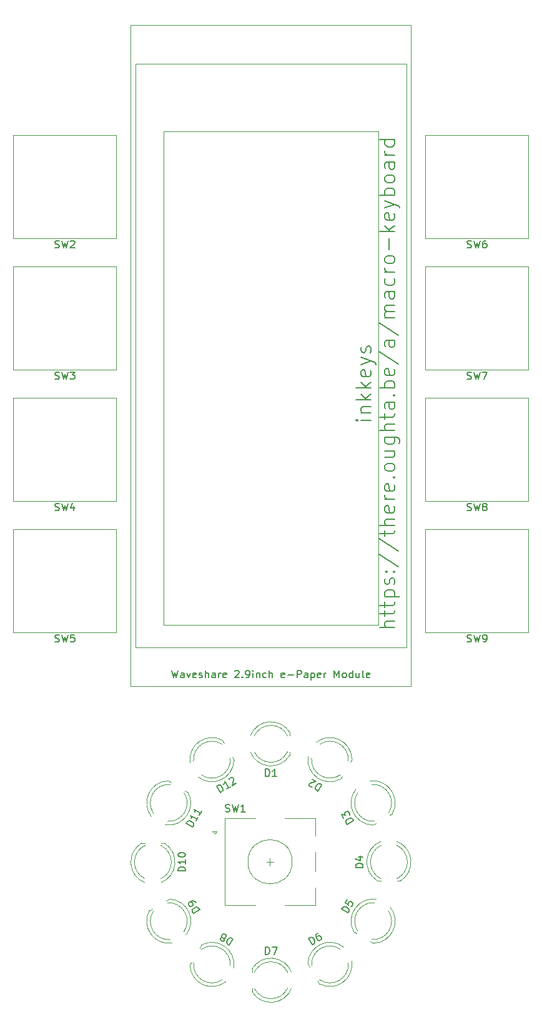
<source format=gbr>
G04 #@! TF.GenerationSoftware,KiCad,Pcbnew,(6.0.0)*
G04 #@! TF.CreationDate,2022-01-02T21:04:18+02:00*
G04 #@! TF.ProjectId,inkkeys,696e6b6b-6579-4732-9e6b-696361645f70,rev?*
G04 #@! TF.SameCoordinates,Original*
G04 #@! TF.FileFunction,Legend,Top*
G04 #@! TF.FilePolarity,Positive*
%FSLAX46Y46*%
G04 Gerber Fmt 4.6, Leading zero omitted, Abs format (unit mm)*
G04 Created by KiCad (PCBNEW (6.0.0)) date 2022-01-02 21:04:18*
%MOMM*%
%LPD*%
G01*
G04 APERTURE LIST*
%ADD10C,0.150000*%
%ADD11C,0.120000*%
G04 APERTURE END LIST*
D10*
X103734761Y-90042380D02*
X102401428Y-90042380D01*
X101734761Y-90042380D02*
X101830000Y-90137619D01*
X101925238Y-90042380D01*
X101830000Y-89947142D01*
X101734761Y-90042380D01*
X101925238Y-90042380D01*
X102401428Y-89090000D02*
X103734761Y-89090000D01*
X102591904Y-89090000D02*
X102496666Y-88994761D01*
X102401428Y-88804285D01*
X102401428Y-88518571D01*
X102496666Y-88328095D01*
X102687142Y-88232857D01*
X103734761Y-88232857D01*
X103734761Y-87280476D02*
X101734761Y-87280476D01*
X102972857Y-87090000D02*
X103734761Y-86518571D01*
X102401428Y-86518571D02*
X103163333Y-87280476D01*
X103734761Y-85661428D02*
X101734761Y-85661428D01*
X102972857Y-85470952D02*
X103734761Y-84899523D01*
X102401428Y-84899523D02*
X103163333Y-85661428D01*
X103639523Y-83280476D02*
X103734761Y-83470952D01*
X103734761Y-83851904D01*
X103639523Y-84042380D01*
X103449047Y-84137619D01*
X102687142Y-84137619D01*
X102496666Y-84042380D01*
X102401428Y-83851904D01*
X102401428Y-83470952D01*
X102496666Y-83280476D01*
X102687142Y-83185238D01*
X102877619Y-83185238D01*
X103068095Y-84137619D01*
X102401428Y-82518571D02*
X103734761Y-82042380D01*
X102401428Y-81566190D02*
X103734761Y-82042380D01*
X104210952Y-82232857D01*
X104306190Y-82328095D01*
X104401428Y-82518571D01*
X103639523Y-80899523D02*
X103734761Y-80709047D01*
X103734761Y-80328095D01*
X103639523Y-80137619D01*
X103449047Y-80042380D01*
X103353809Y-80042380D01*
X103163333Y-80137619D01*
X103068095Y-80328095D01*
X103068095Y-80613809D01*
X102972857Y-80804285D01*
X102782380Y-80899523D01*
X102687142Y-80899523D01*
X102496666Y-80804285D01*
X102401428Y-80613809D01*
X102401428Y-80328095D01*
X102496666Y-80137619D01*
X106954761Y-118090000D02*
X104954761Y-118090000D01*
X106954761Y-117232857D02*
X105907142Y-117232857D01*
X105716666Y-117328095D01*
X105621428Y-117518571D01*
X105621428Y-117804285D01*
X105716666Y-117994761D01*
X105811904Y-118090000D01*
X105621428Y-116566190D02*
X105621428Y-115804285D01*
X104954761Y-116280476D02*
X106669047Y-116280476D01*
X106859523Y-116185238D01*
X106954761Y-115994761D01*
X106954761Y-115804285D01*
X105621428Y-115423333D02*
X105621428Y-114661428D01*
X104954761Y-115137619D02*
X106669047Y-115137619D01*
X106859523Y-115042380D01*
X106954761Y-114851904D01*
X106954761Y-114661428D01*
X105621428Y-113994761D02*
X107621428Y-113994761D01*
X105716666Y-113994761D02*
X105621428Y-113804285D01*
X105621428Y-113423333D01*
X105716666Y-113232857D01*
X105811904Y-113137619D01*
X106002380Y-113042380D01*
X106573809Y-113042380D01*
X106764285Y-113137619D01*
X106859523Y-113232857D01*
X106954761Y-113423333D01*
X106954761Y-113804285D01*
X106859523Y-113994761D01*
X106859523Y-112280476D02*
X106954761Y-112090000D01*
X106954761Y-111709047D01*
X106859523Y-111518571D01*
X106669047Y-111423333D01*
X106573809Y-111423333D01*
X106383333Y-111518571D01*
X106288095Y-111709047D01*
X106288095Y-111994761D01*
X106192857Y-112185238D01*
X106002380Y-112280476D01*
X105907142Y-112280476D01*
X105716666Y-112185238D01*
X105621428Y-111994761D01*
X105621428Y-111709047D01*
X105716666Y-111518571D01*
X106764285Y-110566190D02*
X106859523Y-110470952D01*
X106954761Y-110566190D01*
X106859523Y-110661428D01*
X106764285Y-110566190D01*
X106954761Y-110566190D01*
X105716666Y-110566190D02*
X105811904Y-110470952D01*
X105907142Y-110566190D01*
X105811904Y-110661428D01*
X105716666Y-110566190D01*
X105907142Y-110566190D01*
X104859523Y-108185238D02*
X107430952Y-109899523D01*
X104859523Y-106090000D02*
X107430952Y-107804285D01*
X105621428Y-105709047D02*
X105621428Y-104947142D01*
X104954761Y-105423333D02*
X106669047Y-105423333D01*
X106859523Y-105328095D01*
X106954761Y-105137619D01*
X106954761Y-104947142D01*
X106954761Y-104280476D02*
X104954761Y-104280476D01*
X106954761Y-103423333D02*
X105907142Y-103423333D01*
X105716666Y-103518571D01*
X105621428Y-103709047D01*
X105621428Y-103994761D01*
X105716666Y-104185238D01*
X105811904Y-104280476D01*
X106859523Y-101709047D02*
X106954761Y-101899523D01*
X106954761Y-102280476D01*
X106859523Y-102470952D01*
X106669047Y-102566190D01*
X105907142Y-102566190D01*
X105716666Y-102470952D01*
X105621428Y-102280476D01*
X105621428Y-101899523D01*
X105716666Y-101709047D01*
X105907142Y-101613809D01*
X106097619Y-101613809D01*
X106288095Y-102566190D01*
X106954761Y-100756666D02*
X105621428Y-100756666D01*
X106002380Y-100756666D02*
X105811904Y-100661428D01*
X105716666Y-100566190D01*
X105621428Y-100375714D01*
X105621428Y-100185238D01*
X106859523Y-98756666D02*
X106954761Y-98947142D01*
X106954761Y-99328095D01*
X106859523Y-99518571D01*
X106669047Y-99613809D01*
X105907142Y-99613809D01*
X105716666Y-99518571D01*
X105621428Y-99328095D01*
X105621428Y-98947142D01*
X105716666Y-98756666D01*
X105907142Y-98661428D01*
X106097619Y-98661428D01*
X106288095Y-99613809D01*
X106764285Y-97804285D02*
X106859523Y-97709047D01*
X106954761Y-97804285D01*
X106859523Y-97899523D01*
X106764285Y-97804285D01*
X106954761Y-97804285D01*
X106954761Y-96566190D02*
X106859523Y-96756666D01*
X106764285Y-96851904D01*
X106573809Y-96947142D01*
X106002380Y-96947142D01*
X105811904Y-96851904D01*
X105716666Y-96756666D01*
X105621428Y-96566190D01*
X105621428Y-96280476D01*
X105716666Y-96090000D01*
X105811904Y-95994761D01*
X106002380Y-95899523D01*
X106573809Y-95899523D01*
X106764285Y-95994761D01*
X106859523Y-96090000D01*
X106954761Y-96280476D01*
X106954761Y-96566190D01*
X105621428Y-94185238D02*
X106954761Y-94185238D01*
X105621428Y-95042380D02*
X106669047Y-95042380D01*
X106859523Y-94947142D01*
X106954761Y-94756666D01*
X106954761Y-94470952D01*
X106859523Y-94280476D01*
X106764285Y-94185238D01*
X105621428Y-92375714D02*
X107240476Y-92375714D01*
X107430952Y-92470952D01*
X107526190Y-92566190D01*
X107621428Y-92756666D01*
X107621428Y-93042380D01*
X107526190Y-93232857D01*
X106859523Y-92375714D02*
X106954761Y-92566190D01*
X106954761Y-92947142D01*
X106859523Y-93137619D01*
X106764285Y-93232857D01*
X106573809Y-93328095D01*
X106002380Y-93328095D01*
X105811904Y-93232857D01*
X105716666Y-93137619D01*
X105621428Y-92947142D01*
X105621428Y-92566190D01*
X105716666Y-92375714D01*
X106954761Y-91423333D02*
X104954761Y-91423333D01*
X106954761Y-90566190D02*
X105907142Y-90566190D01*
X105716666Y-90661428D01*
X105621428Y-90851904D01*
X105621428Y-91137619D01*
X105716666Y-91328095D01*
X105811904Y-91423333D01*
X105621428Y-89899523D02*
X105621428Y-89137619D01*
X104954761Y-89613809D02*
X106669047Y-89613809D01*
X106859523Y-89518571D01*
X106954761Y-89328095D01*
X106954761Y-89137619D01*
X106954761Y-87613809D02*
X105907142Y-87613809D01*
X105716666Y-87709047D01*
X105621428Y-87899523D01*
X105621428Y-88280476D01*
X105716666Y-88470952D01*
X106859523Y-87613809D02*
X106954761Y-87804285D01*
X106954761Y-88280476D01*
X106859523Y-88470952D01*
X106669047Y-88566190D01*
X106478571Y-88566190D01*
X106288095Y-88470952D01*
X106192857Y-88280476D01*
X106192857Y-87804285D01*
X106097619Y-87613809D01*
X106764285Y-86661428D02*
X106859523Y-86566190D01*
X106954761Y-86661428D01*
X106859523Y-86756666D01*
X106764285Y-86661428D01*
X106954761Y-86661428D01*
X106954761Y-85709047D02*
X104954761Y-85709047D01*
X105716666Y-85709047D02*
X105621428Y-85518571D01*
X105621428Y-85137619D01*
X105716666Y-84947142D01*
X105811904Y-84851904D01*
X106002380Y-84756666D01*
X106573809Y-84756666D01*
X106764285Y-84851904D01*
X106859523Y-84947142D01*
X106954761Y-85137619D01*
X106954761Y-85518571D01*
X106859523Y-85709047D01*
X106859523Y-83137619D02*
X106954761Y-83328095D01*
X106954761Y-83709047D01*
X106859523Y-83899523D01*
X106669047Y-83994761D01*
X105907142Y-83994761D01*
X105716666Y-83899523D01*
X105621428Y-83709047D01*
X105621428Y-83328095D01*
X105716666Y-83137619D01*
X105907142Y-83042380D01*
X106097619Y-83042380D01*
X106288095Y-83994761D01*
X104859523Y-80756666D02*
X107430952Y-82470952D01*
X106954761Y-79232857D02*
X105907142Y-79232857D01*
X105716666Y-79328095D01*
X105621428Y-79518571D01*
X105621428Y-79899523D01*
X105716666Y-80090000D01*
X106859523Y-79232857D02*
X106954761Y-79423333D01*
X106954761Y-79899523D01*
X106859523Y-80090000D01*
X106669047Y-80185238D01*
X106478571Y-80185238D01*
X106288095Y-80090000D01*
X106192857Y-79899523D01*
X106192857Y-79423333D01*
X106097619Y-79232857D01*
X104859523Y-76851904D02*
X107430952Y-78566190D01*
X106954761Y-76185238D02*
X105621428Y-76185238D01*
X105811904Y-76185238D02*
X105716666Y-76090000D01*
X105621428Y-75899523D01*
X105621428Y-75613809D01*
X105716666Y-75423333D01*
X105907142Y-75328095D01*
X106954761Y-75328095D01*
X105907142Y-75328095D02*
X105716666Y-75232857D01*
X105621428Y-75042380D01*
X105621428Y-74756666D01*
X105716666Y-74566190D01*
X105907142Y-74470952D01*
X106954761Y-74470952D01*
X106954761Y-72661428D02*
X105907142Y-72661428D01*
X105716666Y-72756666D01*
X105621428Y-72947142D01*
X105621428Y-73328095D01*
X105716666Y-73518571D01*
X106859523Y-72661428D02*
X106954761Y-72851904D01*
X106954761Y-73328095D01*
X106859523Y-73518571D01*
X106669047Y-73613809D01*
X106478571Y-73613809D01*
X106288095Y-73518571D01*
X106192857Y-73328095D01*
X106192857Y-72851904D01*
X106097619Y-72661428D01*
X106859523Y-70851904D02*
X106954761Y-71042380D01*
X106954761Y-71423333D01*
X106859523Y-71613809D01*
X106764285Y-71709047D01*
X106573809Y-71804285D01*
X106002380Y-71804285D01*
X105811904Y-71709047D01*
X105716666Y-71613809D01*
X105621428Y-71423333D01*
X105621428Y-71042380D01*
X105716666Y-70851904D01*
X106954761Y-69994761D02*
X105621428Y-69994761D01*
X106002380Y-69994761D02*
X105811904Y-69899523D01*
X105716666Y-69804285D01*
X105621428Y-69613809D01*
X105621428Y-69423333D01*
X106954761Y-68470952D02*
X106859523Y-68661428D01*
X106764285Y-68756666D01*
X106573809Y-68851904D01*
X106002380Y-68851904D01*
X105811904Y-68756666D01*
X105716666Y-68661428D01*
X105621428Y-68470952D01*
X105621428Y-68185238D01*
X105716666Y-67994761D01*
X105811904Y-67899523D01*
X106002380Y-67804285D01*
X106573809Y-67804285D01*
X106764285Y-67899523D01*
X106859523Y-67994761D01*
X106954761Y-68185238D01*
X106954761Y-68470952D01*
X106192857Y-66947142D02*
X106192857Y-65423333D01*
X106954761Y-64470952D02*
X104954761Y-64470952D01*
X106192857Y-64280476D02*
X106954761Y-63709047D01*
X105621428Y-63709047D02*
X106383333Y-64470952D01*
X106859523Y-62090000D02*
X106954761Y-62280476D01*
X106954761Y-62661428D01*
X106859523Y-62851904D01*
X106669047Y-62947142D01*
X105907142Y-62947142D01*
X105716666Y-62851904D01*
X105621428Y-62661428D01*
X105621428Y-62280476D01*
X105716666Y-62090000D01*
X105907142Y-61994761D01*
X106097619Y-61994761D01*
X106288095Y-62947142D01*
X105621428Y-61328095D02*
X106954761Y-60851904D01*
X105621428Y-60375714D02*
X106954761Y-60851904D01*
X107430952Y-61042380D01*
X107526190Y-61137619D01*
X107621428Y-61328095D01*
X106954761Y-59613809D02*
X104954761Y-59613809D01*
X105716666Y-59613809D02*
X105621428Y-59423333D01*
X105621428Y-59042380D01*
X105716666Y-58851904D01*
X105811904Y-58756666D01*
X106002380Y-58661428D01*
X106573809Y-58661428D01*
X106764285Y-58756666D01*
X106859523Y-58851904D01*
X106954761Y-59042380D01*
X106954761Y-59423333D01*
X106859523Y-59613809D01*
X106954761Y-57518571D02*
X106859523Y-57709047D01*
X106764285Y-57804285D01*
X106573809Y-57899523D01*
X106002380Y-57899523D01*
X105811904Y-57804285D01*
X105716666Y-57709047D01*
X105621428Y-57518571D01*
X105621428Y-57232857D01*
X105716666Y-57042380D01*
X105811904Y-56947142D01*
X106002380Y-56851904D01*
X106573809Y-56851904D01*
X106764285Y-56947142D01*
X106859523Y-57042380D01*
X106954761Y-57232857D01*
X106954761Y-57518571D01*
X106954761Y-55137619D02*
X105907142Y-55137619D01*
X105716666Y-55232857D01*
X105621428Y-55423333D01*
X105621428Y-55804285D01*
X105716666Y-55994761D01*
X106859523Y-55137619D02*
X106954761Y-55328095D01*
X106954761Y-55804285D01*
X106859523Y-55994761D01*
X106669047Y-56090000D01*
X106478571Y-56090000D01*
X106288095Y-55994761D01*
X106192857Y-55804285D01*
X106192857Y-55328095D01*
X106097619Y-55137619D01*
X106954761Y-54185238D02*
X105621428Y-54185238D01*
X106002380Y-54185238D02*
X105811904Y-54090000D01*
X105716666Y-53994761D01*
X105621428Y-53804285D01*
X105621428Y-53613809D01*
X106954761Y-52090000D02*
X104954761Y-52090000D01*
X106859523Y-52090000D02*
X106954761Y-52280476D01*
X106954761Y-52661428D01*
X106859523Y-52851904D01*
X106764285Y-52947142D01*
X106573809Y-53042380D01*
X106002380Y-53042380D01*
X105811904Y-52947142D01*
X105716666Y-52851904D01*
X105621428Y-52661428D01*
X105621428Y-52280476D01*
X105716666Y-52090000D01*
X97051069Y-139407829D02*
X96551069Y-140273854D01*
X96344873Y-140154807D01*
X96244964Y-140042139D01*
X96210105Y-139912041D01*
X96216484Y-139805753D01*
X96270483Y-139616986D01*
X96341912Y-139493268D01*
X96478389Y-139352120D01*
X96567248Y-139293451D01*
X96697345Y-139258592D01*
X96844873Y-139288781D01*
X97051069Y-139407829D01*
X95773902Y-139715185D02*
X95708853Y-139732615D01*
X95602565Y-139726235D01*
X95396369Y-139607187D01*
X95337700Y-139518329D01*
X95320270Y-139453280D01*
X95326650Y-139346992D01*
X95374269Y-139264514D01*
X95486936Y-139164605D01*
X96267522Y-138955448D01*
X95731411Y-138645924D01*
X101355266Y-144248688D02*
X100489240Y-144748688D01*
X100370192Y-144542492D01*
X100340003Y-144394964D01*
X100374863Y-144264867D01*
X100433532Y-144176008D01*
X100574680Y-144039531D01*
X100698397Y-143968102D01*
X100887164Y-143914104D01*
X100993452Y-143907724D01*
X101123550Y-143942583D01*
X101236218Y-144042492D01*
X101355266Y-144248688D01*
X100036859Y-143965141D02*
X99727335Y-143429030D01*
X100223916Y-143527229D01*
X100152488Y-143403512D01*
X100146108Y-143297223D01*
X100163538Y-143232175D01*
X100222207Y-143143316D01*
X100428404Y-143024269D01*
X100534692Y-143017889D01*
X100599740Y-143035319D01*
X100688599Y-143093988D01*
X100831456Y-143341424D01*
X100837836Y-143447712D01*
X100820406Y-143512761D01*
X102662380Y-150593095D02*
X101662380Y-150593095D01*
X101662380Y-150355000D01*
X101710000Y-150212142D01*
X101805238Y-150116904D01*
X101900476Y-150069285D01*
X102090952Y-150021666D01*
X102233809Y-150021666D01*
X102424285Y-150069285D01*
X102519523Y-150116904D01*
X102614761Y-150212142D01*
X102662380Y-150355000D01*
X102662380Y-150593095D01*
X101995714Y-149164523D02*
X102662380Y-149164523D01*
X101614761Y-149402619D02*
X102329047Y-149640714D01*
X102329047Y-149021666D01*
X100622170Y-156741069D02*
X99756145Y-156241069D01*
X99875192Y-156034873D01*
X99987860Y-155934964D01*
X100117958Y-155900105D01*
X100224246Y-155906484D01*
X100413013Y-155960483D01*
X100536731Y-156031912D01*
X100677879Y-156168389D01*
X100736548Y-156257248D01*
X100771407Y-156387345D01*
X100741218Y-156534873D01*
X100622170Y-156741069D01*
X100494240Y-154962651D02*
X100256145Y-155375044D01*
X100644728Y-155654378D01*
X100627299Y-155589330D01*
X100633678Y-155483041D01*
X100752726Y-155276845D01*
X100841584Y-155218176D01*
X100906633Y-155200746D01*
X101012921Y-155207126D01*
X101219118Y-155326173D01*
X101277787Y-155415032D01*
X101295217Y-155480081D01*
X101288837Y-155586369D01*
X101169789Y-155792565D01*
X101080931Y-155851234D01*
X101015882Y-155868664D01*
X95781311Y-161045266D02*
X95281311Y-160179240D01*
X95487507Y-160060192D01*
X95635035Y-160030003D01*
X95765132Y-160064863D01*
X95853991Y-160123532D01*
X95990468Y-160264680D01*
X96061897Y-160388397D01*
X96115895Y-160577164D01*
X96122275Y-160683452D01*
X96087416Y-160813550D01*
X95987507Y-160926218D01*
X95781311Y-161045266D01*
X96518490Y-159464954D02*
X96353533Y-159560192D01*
X96294864Y-159649051D01*
X96277434Y-159714100D01*
X96266384Y-159885437D01*
X96320383Y-160074203D01*
X96510859Y-160404118D01*
X96599717Y-160462787D01*
X96664766Y-160480217D01*
X96771054Y-160473837D01*
X96936011Y-160378599D01*
X96994680Y-160289740D01*
X97012110Y-160224692D01*
X97005730Y-160118404D01*
X96886683Y-159912207D01*
X96797824Y-159853538D01*
X96732776Y-159836108D01*
X96626487Y-159842488D01*
X96461530Y-159937726D01*
X96402861Y-160026584D01*
X96385431Y-160091633D01*
X96391811Y-160197921D01*
X89436904Y-162352380D02*
X89436904Y-161352380D01*
X89675000Y-161352380D01*
X89817857Y-161400000D01*
X89913095Y-161495238D01*
X89960714Y-161590476D01*
X90008333Y-161780952D01*
X90008333Y-161923809D01*
X89960714Y-162114285D01*
X89913095Y-162209523D01*
X89817857Y-162304761D01*
X89675000Y-162352380D01*
X89436904Y-162352380D01*
X90341666Y-161352380D02*
X91008333Y-161352380D01*
X90579761Y-162352380D01*
X85019729Y-160266719D02*
X84519729Y-161132744D01*
X84313533Y-161013697D01*
X84213624Y-160901029D01*
X84178765Y-160770931D01*
X84185144Y-160664643D01*
X84239143Y-160475876D01*
X84310572Y-160352158D01*
X84447049Y-160211010D01*
X84535908Y-160152341D01*
X84666005Y-160117482D01*
X84813533Y-160147671D01*
X85019729Y-160266719D01*
X83744272Y-160190162D02*
X83802941Y-160279020D01*
X83820370Y-160344069D01*
X83813991Y-160450357D01*
X83790181Y-160491596D01*
X83701323Y-160550266D01*
X83636274Y-160567695D01*
X83529986Y-160561316D01*
X83365029Y-160466077D01*
X83306360Y-160377219D01*
X83288930Y-160312170D01*
X83295310Y-160205882D01*
X83319119Y-160164643D01*
X83407977Y-160105974D01*
X83473026Y-160088544D01*
X83579314Y-160094924D01*
X83744272Y-160190162D01*
X83850560Y-160196542D01*
X83915609Y-160179112D01*
X84004467Y-160120443D01*
X84099705Y-159955485D01*
X84106085Y-159849197D01*
X84088655Y-159784149D01*
X84029986Y-159695290D01*
X83865029Y-159600052D01*
X83758741Y-159593672D01*
X83693692Y-159611102D01*
X83604833Y-159669771D01*
X83509595Y-159834728D01*
X83503216Y-159941017D01*
X83520645Y-160006065D01*
X83579314Y-160094924D01*
X80506376Y-156297348D02*
X79640350Y-156797348D01*
X79521302Y-156591152D01*
X79491113Y-156443624D01*
X79525973Y-156313527D01*
X79584642Y-156224668D01*
X79725790Y-156088191D01*
X79849507Y-156016762D01*
X80038274Y-155962764D01*
X80144562Y-155956384D01*
X80274660Y-155991243D01*
X80387328Y-156091152D01*
X80506376Y-156297348D01*
X79982566Y-155390084D02*
X79887328Y-155225126D01*
X79798470Y-155166457D01*
X79733421Y-155149027D01*
X79562084Y-155137977D01*
X79373317Y-155191976D01*
X79043403Y-155382452D01*
X78984733Y-155471311D01*
X78967304Y-155536360D01*
X78973683Y-155642648D01*
X79068922Y-155807605D01*
X79157780Y-155866274D01*
X79222829Y-155883704D01*
X79329117Y-155877324D01*
X79535313Y-155758276D01*
X79593982Y-155669418D01*
X79611412Y-155604369D01*
X79605033Y-155498081D01*
X79509794Y-155333124D01*
X79420936Y-155274455D01*
X79355887Y-155257025D01*
X79249599Y-155263405D01*
X78582380Y-151079285D02*
X77582380Y-151079285D01*
X77582380Y-150841190D01*
X77630000Y-150698333D01*
X77725238Y-150603095D01*
X77820476Y-150555476D01*
X78010952Y-150507857D01*
X78153809Y-150507857D01*
X78344285Y-150555476D01*
X78439523Y-150603095D01*
X78534761Y-150698333D01*
X78582380Y-150841190D01*
X78582380Y-151079285D01*
X78582380Y-149555476D02*
X78582380Y-150126904D01*
X78582380Y-149841190D02*
X77582380Y-149841190D01*
X77725238Y-149936428D01*
X77820476Y-150031666D01*
X77868095Y-150126904D01*
X77582380Y-148936428D02*
X77582380Y-148841190D01*
X77630000Y-148745952D01*
X77677619Y-148698333D01*
X77772857Y-148650714D01*
X77963333Y-148603095D01*
X78201428Y-148603095D01*
X78391904Y-148650714D01*
X78487142Y-148698333D01*
X78534761Y-148745952D01*
X78582380Y-148841190D01*
X78582380Y-148936428D01*
X78534761Y-149031666D01*
X78487142Y-149079285D01*
X78391904Y-149126904D01*
X78201428Y-149174523D01*
X77963333Y-149174523D01*
X77772857Y-149126904D01*
X77677619Y-149079285D01*
X77630000Y-149031666D01*
X77582380Y-148936428D01*
X79525185Y-145122122D02*
X78659160Y-144622122D01*
X78778207Y-144415926D01*
X78890875Y-144316017D01*
X79020973Y-144281158D01*
X79127261Y-144287538D01*
X79316028Y-144341536D01*
X79439746Y-144412965D01*
X79580893Y-144549442D01*
X79639562Y-144638301D01*
X79674422Y-144768398D01*
X79644233Y-144915926D01*
X79525185Y-145122122D01*
X80287090Y-143802464D02*
X80001376Y-144297336D01*
X80144233Y-144049900D02*
X79278207Y-143549900D01*
X79354306Y-143703808D01*
X79389166Y-143833905D01*
X79382786Y-143940193D01*
X80763280Y-142977678D02*
X80477566Y-143472550D01*
X80620423Y-143225114D02*
X79754398Y-142725114D01*
X79830497Y-142879021D01*
X79865356Y-143009119D01*
X79858976Y-143115407D01*
X83320258Y-140434471D02*
X82820258Y-139568445D01*
X83026454Y-139449398D01*
X83173982Y-139419208D01*
X83304079Y-139454068D01*
X83392938Y-139512737D01*
X83529415Y-139653885D01*
X83600844Y-139777603D01*
X83654842Y-139966369D01*
X83661222Y-140072658D01*
X83626363Y-140202755D01*
X83526454Y-140315423D01*
X83320258Y-140434471D01*
X84639915Y-139672566D02*
X84145044Y-139958280D01*
X84392480Y-139815423D02*
X83892480Y-138949398D01*
X83881430Y-139120735D01*
X83846570Y-139250832D01*
X83787901Y-139339691D01*
X84517449Y-138698543D02*
X84534879Y-138633494D01*
X84593548Y-138544636D01*
X84799744Y-138425588D01*
X84906032Y-138419208D01*
X84971081Y-138436638D01*
X85059940Y-138495307D01*
X85107559Y-138577786D01*
X85137748Y-138725313D01*
X84928591Y-139505899D01*
X85464702Y-139196376D01*
X89426904Y-138272380D02*
X89426904Y-137272380D01*
X89665000Y-137272380D01*
X89807857Y-137320000D01*
X89903095Y-137415238D01*
X89950714Y-137510476D01*
X89998333Y-137700952D01*
X89998333Y-137843809D01*
X89950714Y-138034285D01*
X89903095Y-138129523D01*
X89807857Y-138224761D01*
X89665000Y-138272380D01*
X89426904Y-138272380D01*
X90950714Y-138272380D02*
X90379285Y-138272380D01*
X90665000Y-138272380D02*
X90665000Y-137272380D01*
X90569761Y-137415238D01*
X90474523Y-137510476D01*
X90379285Y-137558095D01*
X76717619Y-123912380D02*
X76955714Y-124912380D01*
X77146190Y-124198095D01*
X77336666Y-124912380D01*
X77574761Y-123912380D01*
X78384285Y-124912380D02*
X78384285Y-124388571D01*
X78336666Y-124293333D01*
X78241428Y-124245714D01*
X78050952Y-124245714D01*
X77955714Y-124293333D01*
X78384285Y-124864761D02*
X78289047Y-124912380D01*
X78050952Y-124912380D01*
X77955714Y-124864761D01*
X77908095Y-124769523D01*
X77908095Y-124674285D01*
X77955714Y-124579047D01*
X78050952Y-124531428D01*
X78289047Y-124531428D01*
X78384285Y-124483809D01*
X78765238Y-124245714D02*
X79003333Y-124912380D01*
X79241428Y-124245714D01*
X80003333Y-124864761D02*
X79908095Y-124912380D01*
X79717619Y-124912380D01*
X79622380Y-124864761D01*
X79574761Y-124769523D01*
X79574761Y-124388571D01*
X79622380Y-124293333D01*
X79717619Y-124245714D01*
X79908095Y-124245714D01*
X80003333Y-124293333D01*
X80050952Y-124388571D01*
X80050952Y-124483809D01*
X79574761Y-124579047D01*
X80431904Y-124864761D02*
X80527142Y-124912380D01*
X80717619Y-124912380D01*
X80812857Y-124864761D01*
X80860476Y-124769523D01*
X80860476Y-124721904D01*
X80812857Y-124626666D01*
X80717619Y-124579047D01*
X80574761Y-124579047D01*
X80479523Y-124531428D01*
X80431904Y-124436190D01*
X80431904Y-124388571D01*
X80479523Y-124293333D01*
X80574761Y-124245714D01*
X80717619Y-124245714D01*
X80812857Y-124293333D01*
X81289047Y-124912380D02*
X81289047Y-123912380D01*
X81717619Y-124912380D02*
X81717619Y-124388571D01*
X81670000Y-124293333D01*
X81574761Y-124245714D01*
X81431904Y-124245714D01*
X81336666Y-124293333D01*
X81289047Y-124340952D01*
X82622380Y-124912380D02*
X82622380Y-124388571D01*
X82574761Y-124293333D01*
X82479523Y-124245714D01*
X82289047Y-124245714D01*
X82193809Y-124293333D01*
X82622380Y-124864761D02*
X82527142Y-124912380D01*
X82289047Y-124912380D01*
X82193809Y-124864761D01*
X82146190Y-124769523D01*
X82146190Y-124674285D01*
X82193809Y-124579047D01*
X82289047Y-124531428D01*
X82527142Y-124531428D01*
X82622380Y-124483809D01*
X83098571Y-124912380D02*
X83098571Y-124245714D01*
X83098571Y-124436190D02*
X83146190Y-124340952D01*
X83193809Y-124293333D01*
X83289047Y-124245714D01*
X83384285Y-124245714D01*
X84098571Y-124864761D02*
X84003333Y-124912380D01*
X83812857Y-124912380D01*
X83717619Y-124864761D01*
X83670000Y-124769523D01*
X83670000Y-124388571D01*
X83717619Y-124293333D01*
X83812857Y-124245714D01*
X84003333Y-124245714D01*
X84098571Y-124293333D01*
X84146190Y-124388571D01*
X84146190Y-124483809D01*
X83670000Y-124579047D01*
X85289047Y-124007619D02*
X85336666Y-123960000D01*
X85431904Y-123912380D01*
X85670000Y-123912380D01*
X85765238Y-123960000D01*
X85812857Y-124007619D01*
X85860476Y-124102857D01*
X85860476Y-124198095D01*
X85812857Y-124340952D01*
X85241428Y-124912380D01*
X85860476Y-124912380D01*
X86289047Y-124817142D02*
X86336666Y-124864761D01*
X86289047Y-124912380D01*
X86241428Y-124864761D01*
X86289047Y-124817142D01*
X86289047Y-124912380D01*
X86812857Y-124912380D02*
X87003333Y-124912380D01*
X87098571Y-124864761D01*
X87146190Y-124817142D01*
X87241428Y-124674285D01*
X87289047Y-124483809D01*
X87289047Y-124102857D01*
X87241428Y-124007619D01*
X87193809Y-123960000D01*
X87098571Y-123912380D01*
X86908095Y-123912380D01*
X86812857Y-123960000D01*
X86765238Y-124007619D01*
X86717619Y-124102857D01*
X86717619Y-124340952D01*
X86765238Y-124436190D01*
X86812857Y-124483809D01*
X86908095Y-124531428D01*
X87098571Y-124531428D01*
X87193809Y-124483809D01*
X87241428Y-124436190D01*
X87289047Y-124340952D01*
X87717619Y-124912380D02*
X87717619Y-124245714D01*
X87717619Y-123912380D02*
X87670000Y-123960000D01*
X87717619Y-124007619D01*
X87765238Y-123960000D01*
X87717619Y-123912380D01*
X87717619Y-124007619D01*
X88193809Y-124245714D02*
X88193809Y-124912380D01*
X88193809Y-124340952D02*
X88241428Y-124293333D01*
X88336666Y-124245714D01*
X88479523Y-124245714D01*
X88574761Y-124293333D01*
X88622380Y-124388571D01*
X88622380Y-124912380D01*
X89527142Y-124864761D02*
X89431904Y-124912380D01*
X89241428Y-124912380D01*
X89146190Y-124864761D01*
X89098571Y-124817142D01*
X89050952Y-124721904D01*
X89050952Y-124436190D01*
X89098571Y-124340952D01*
X89146190Y-124293333D01*
X89241428Y-124245714D01*
X89431904Y-124245714D01*
X89527142Y-124293333D01*
X89955714Y-124912380D02*
X89955714Y-123912380D01*
X90384285Y-124912380D02*
X90384285Y-124388571D01*
X90336666Y-124293333D01*
X90241428Y-124245714D01*
X90098571Y-124245714D01*
X90003333Y-124293333D01*
X89955714Y-124340952D01*
X92003333Y-124864761D02*
X91908095Y-124912380D01*
X91717619Y-124912380D01*
X91622380Y-124864761D01*
X91574761Y-124769523D01*
X91574761Y-124388571D01*
X91622380Y-124293333D01*
X91717619Y-124245714D01*
X91908095Y-124245714D01*
X92003333Y-124293333D01*
X92050952Y-124388571D01*
X92050952Y-124483809D01*
X91574761Y-124579047D01*
X92479523Y-124531428D02*
X93241428Y-124531428D01*
X93717619Y-124912380D02*
X93717619Y-123912380D01*
X94098571Y-123912380D01*
X94193809Y-123960000D01*
X94241428Y-124007619D01*
X94289047Y-124102857D01*
X94289047Y-124245714D01*
X94241428Y-124340952D01*
X94193809Y-124388571D01*
X94098571Y-124436190D01*
X93717619Y-124436190D01*
X95146190Y-124912380D02*
X95146190Y-124388571D01*
X95098571Y-124293333D01*
X95003333Y-124245714D01*
X94812857Y-124245714D01*
X94717619Y-124293333D01*
X95146190Y-124864761D02*
X95050952Y-124912380D01*
X94812857Y-124912380D01*
X94717619Y-124864761D01*
X94670000Y-124769523D01*
X94670000Y-124674285D01*
X94717619Y-124579047D01*
X94812857Y-124531428D01*
X95050952Y-124531428D01*
X95146190Y-124483809D01*
X95622380Y-124245714D02*
X95622380Y-125245714D01*
X95622380Y-124293333D02*
X95717619Y-124245714D01*
X95908095Y-124245714D01*
X96003333Y-124293333D01*
X96050952Y-124340952D01*
X96098571Y-124436190D01*
X96098571Y-124721904D01*
X96050952Y-124817142D01*
X96003333Y-124864761D01*
X95908095Y-124912380D01*
X95717619Y-124912380D01*
X95622380Y-124864761D01*
X96908095Y-124864761D02*
X96812857Y-124912380D01*
X96622380Y-124912380D01*
X96527142Y-124864761D01*
X96479523Y-124769523D01*
X96479523Y-124388571D01*
X96527142Y-124293333D01*
X96622380Y-124245714D01*
X96812857Y-124245714D01*
X96908095Y-124293333D01*
X96955714Y-124388571D01*
X96955714Y-124483809D01*
X96479523Y-124579047D01*
X97384285Y-124912380D02*
X97384285Y-124245714D01*
X97384285Y-124436190D02*
X97431904Y-124340952D01*
X97479523Y-124293333D01*
X97574761Y-124245714D01*
X97670000Y-124245714D01*
X98765238Y-124912380D02*
X98765238Y-123912380D01*
X99098571Y-124626666D01*
X99431904Y-123912380D01*
X99431904Y-124912380D01*
X100050952Y-124912380D02*
X99955714Y-124864761D01*
X99908095Y-124817142D01*
X99860476Y-124721904D01*
X99860476Y-124436190D01*
X99908095Y-124340952D01*
X99955714Y-124293333D01*
X100050952Y-124245714D01*
X100193809Y-124245714D01*
X100289047Y-124293333D01*
X100336666Y-124340952D01*
X100384285Y-124436190D01*
X100384285Y-124721904D01*
X100336666Y-124817142D01*
X100289047Y-124864761D01*
X100193809Y-124912380D01*
X100050952Y-124912380D01*
X101241428Y-124912380D02*
X101241428Y-123912380D01*
X101241428Y-124864761D02*
X101146190Y-124912380D01*
X100955714Y-124912380D01*
X100860476Y-124864761D01*
X100812857Y-124817142D01*
X100765238Y-124721904D01*
X100765238Y-124436190D01*
X100812857Y-124340952D01*
X100860476Y-124293333D01*
X100955714Y-124245714D01*
X101146190Y-124245714D01*
X101241428Y-124293333D01*
X102146190Y-124245714D02*
X102146190Y-124912380D01*
X101717619Y-124245714D02*
X101717619Y-124769523D01*
X101765238Y-124864761D01*
X101860476Y-124912380D01*
X102003333Y-124912380D01*
X102098571Y-124864761D01*
X102146190Y-124817142D01*
X102765238Y-124912380D02*
X102670000Y-124864761D01*
X102622380Y-124769523D01*
X102622380Y-123912380D01*
X103527142Y-124864761D02*
X103431904Y-124912380D01*
X103241428Y-124912380D01*
X103146190Y-124864761D01*
X103098571Y-124769523D01*
X103098571Y-124388571D01*
X103146190Y-124293333D01*
X103241428Y-124245714D01*
X103431904Y-124245714D01*
X103527142Y-124293333D01*
X103574761Y-124388571D01*
X103574761Y-124483809D01*
X103098571Y-124579047D01*
X60896666Y-66698761D02*
X61039523Y-66746380D01*
X61277619Y-66746380D01*
X61372857Y-66698761D01*
X61420476Y-66651142D01*
X61468095Y-66555904D01*
X61468095Y-66460666D01*
X61420476Y-66365428D01*
X61372857Y-66317809D01*
X61277619Y-66270190D01*
X61087142Y-66222571D01*
X60991904Y-66174952D01*
X60944285Y-66127333D01*
X60896666Y-66032095D01*
X60896666Y-65936857D01*
X60944285Y-65841619D01*
X60991904Y-65794000D01*
X61087142Y-65746380D01*
X61325238Y-65746380D01*
X61468095Y-65794000D01*
X61801428Y-65746380D02*
X62039523Y-66746380D01*
X62230000Y-66032095D01*
X62420476Y-66746380D01*
X62658571Y-65746380D01*
X62991904Y-65841619D02*
X63039523Y-65794000D01*
X63134761Y-65746380D01*
X63372857Y-65746380D01*
X63468095Y-65794000D01*
X63515714Y-65841619D01*
X63563333Y-65936857D01*
X63563333Y-66032095D01*
X63515714Y-66174952D01*
X62944285Y-66746380D01*
X63563333Y-66746380D01*
X60896666Y-84478761D02*
X61039523Y-84526380D01*
X61277619Y-84526380D01*
X61372857Y-84478761D01*
X61420476Y-84431142D01*
X61468095Y-84335904D01*
X61468095Y-84240666D01*
X61420476Y-84145428D01*
X61372857Y-84097809D01*
X61277619Y-84050190D01*
X61087142Y-84002571D01*
X60991904Y-83954952D01*
X60944285Y-83907333D01*
X60896666Y-83812095D01*
X60896666Y-83716857D01*
X60944285Y-83621619D01*
X60991904Y-83574000D01*
X61087142Y-83526380D01*
X61325238Y-83526380D01*
X61468095Y-83574000D01*
X61801428Y-83526380D02*
X62039523Y-84526380D01*
X62230000Y-83812095D01*
X62420476Y-84526380D01*
X62658571Y-83526380D01*
X62944285Y-83526380D02*
X63563333Y-83526380D01*
X63230000Y-83907333D01*
X63372857Y-83907333D01*
X63468095Y-83954952D01*
X63515714Y-84002571D01*
X63563333Y-84097809D01*
X63563333Y-84335904D01*
X63515714Y-84431142D01*
X63468095Y-84478761D01*
X63372857Y-84526380D01*
X63087142Y-84526380D01*
X62991904Y-84478761D01*
X62944285Y-84431142D01*
X60896666Y-102258761D02*
X61039523Y-102306380D01*
X61277619Y-102306380D01*
X61372857Y-102258761D01*
X61420476Y-102211142D01*
X61468095Y-102115904D01*
X61468095Y-102020666D01*
X61420476Y-101925428D01*
X61372857Y-101877809D01*
X61277619Y-101830190D01*
X61087142Y-101782571D01*
X60991904Y-101734952D01*
X60944285Y-101687333D01*
X60896666Y-101592095D01*
X60896666Y-101496857D01*
X60944285Y-101401619D01*
X60991904Y-101354000D01*
X61087142Y-101306380D01*
X61325238Y-101306380D01*
X61468095Y-101354000D01*
X61801428Y-101306380D02*
X62039523Y-102306380D01*
X62230000Y-101592095D01*
X62420476Y-102306380D01*
X62658571Y-101306380D01*
X63468095Y-101639714D02*
X63468095Y-102306380D01*
X63230000Y-101258761D02*
X62991904Y-101973047D01*
X63610952Y-101973047D01*
X60896666Y-120038761D02*
X61039523Y-120086380D01*
X61277619Y-120086380D01*
X61372857Y-120038761D01*
X61420476Y-119991142D01*
X61468095Y-119895904D01*
X61468095Y-119800666D01*
X61420476Y-119705428D01*
X61372857Y-119657809D01*
X61277619Y-119610190D01*
X61087142Y-119562571D01*
X60991904Y-119514952D01*
X60944285Y-119467333D01*
X60896666Y-119372095D01*
X60896666Y-119276857D01*
X60944285Y-119181619D01*
X60991904Y-119134000D01*
X61087142Y-119086380D01*
X61325238Y-119086380D01*
X61468095Y-119134000D01*
X61801428Y-119086380D02*
X62039523Y-120086380D01*
X62230000Y-119372095D01*
X62420476Y-120086380D01*
X62658571Y-119086380D01*
X63515714Y-119086380D02*
X63039523Y-119086380D01*
X62991904Y-119562571D01*
X63039523Y-119514952D01*
X63134761Y-119467333D01*
X63372857Y-119467333D01*
X63468095Y-119514952D01*
X63515714Y-119562571D01*
X63563333Y-119657809D01*
X63563333Y-119895904D01*
X63515714Y-119991142D01*
X63468095Y-120038761D01*
X63372857Y-120086380D01*
X63134761Y-120086380D01*
X63039523Y-120038761D01*
X62991904Y-119991142D01*
X116776666Y-66698761D02*
X116919523Y-66746380D01*
X117157619Y-66746380D01*
X117252857Y-66698761D01*
X117300476Y-66651142D01*
X117348095Y-66555904D01*
X117348095Y-66460666D01*
X117300476Y-66365428D01*
X117252857Y-66317809D01*
X117157619Y-66270190D01*
X116967142Y-66222571D01*
X116871904Y-66174952D01*
X116824285Y-66127333D01*
X116776666Y-66032095D01*
X116776666Y-65936857D01*
X116824285Y-65841619D01*
X116871904Y-65794000D01*
X116967142Y-65746380D01*
X117205238Y-65746380D01*
X117348095Y-65794000D01*
X117681428Y-65746380D02*
X117919523Y-66746380D01*
X118110000Y-66032095D01*
X118300476Y-66746380D01*
X118538571Y-65746380D01*
X119348095Y-65746380D02*
X119157619Y-65746380D01*
X119062380Y-65794000D01*
X119014761Y-65841619D01*
X118919523Y-65984476D01*
X118871904Y-66174952D01*
X118871904Y-66555904D01*
X118919523Y-66651142D01*
X118967142Y-66698761D01*
X119062380Y-66746380D01*
X119252857Y-66746380D01*
X119348095Y-66698761D01*
X119395714Y-66651142D01*
X119443333Y-66555904D01*
X119443333Y-66317809D01*
X119395714Y-66222571D01*
X119348095Y-66174952D01*
X119252857Y-66127333D01*
X119062380Y-66127333D01*
X118967142Y-66174952D01*
X118919523Y-66222571D01*
X118871904Y-66317809D01*
X116776666Y-84478761D02*
X116919523Y-84526380D01*
X117157619Y-84526380D01*
X117252857Y-84478761D01*
X117300476Y-84431142D01*
X117348095Y-84335904D01*
X117348095Y-84240666D01*
X117300476Y-84145428D01*
X117252857Y-84097809D01*
X117157619Y-84050190D01*
X116967142Y-84002571D01*
X116871904Y-83954952D01*
X116824285Y-83907333D01*
X116776666Y-83812095D01*
X116776666Y-83716857D01*
X116824285Y-83621619D01*
X116871904Y-83574000D01*
X116967142Y-83526380D01*
X117205238Y-83526380D01*
X117348095Y-83574000D01*
X117681428Y-83526380D02*
X117919523Y-84526380D01*
X118110000Y-83812095D01*
X118300476Y-84526380D01*
X118538571Y-83526380D01*
X118824285Y-83526380D02*
X119490952Y-83526380D01*
X119062380Y-84526380D01*
X116776666Y-102258761D02*
X116919523Y-102306380D01*
X117157619Y-102306380D01*
X117252857Y-102258761D01*
X117300476Y-102211142D01*
X117348095Y-102115904D01*
X117348095Y-102020666D01*
X117300476Y-101925428D01*
X117252857Y-101877809D01*
X117157619Y-101830190D01*
X116967142Y-101782571D01*
X116871904Y-101734952D01*
X116824285Y-101687333D01*
X116776666Y-101592095D01*
X116776666Y-101496857D01*
X116824285Y-101401619D01*
X116871904Y-101354000D01*
X116967142Y-101306380D01*
X117205238Y-101306380D01*
X117348095Y-101354000D01*
X117681428Y-101306380D02*
X117919523Y-102306380D01*
X118110000Y-101592095D01*
X118300476Y-102306380D01*
X118538571Y-101306380D01*
X119062380Y-101734952D02*
X118967142Y-101687333D01*
X118919523Y-101639714D01*
X118871904Y-101544476D01*
X118871904Y-101496857D01*
X118919523Y-101401619D01*
X118967142Y-101354000D01*
X119062380Y-101306380D01*
X119252857Y-101306380D01*
X119348095Y-101354000D01*
X119395714Y-101401619D01*
X119443333Y-101496857D01*
X119443333Y-101544476D01*
X119395714Y-101639714D01*
X119348095Y-101687333D01*
X119252857Y-101734952D01*
X119062380Y-101734952D01*
X118967142Y-101782571D01*
X118919523Y-101830190D01*
X118871904Y-101925428D01*
X118871904Y-102115904D01*
X118919523Y-102211142D01*
X118967142Y-102258761D01*
X119062380Y-102306380D01*
X119252857Y-102306380D01*
X119348095Y-102258761D01*
X119395714Y-102211142D01*
X119443333Y-102115904D01*
X119443333Y-101925428D01*
X119395714Y-101830190D01*
X119348095Y-101782571D01*
X119252857Y-101734952D01*
X116776666Y-120038761D02*
X116919523Y-120086380D01*
X117157619Y-120086380D01*
X117252857Y-120038761D01*
X117300476Y-119991142D01*
X117348095Y-119895904D01*
X117348095Y-119800666D01*
X117300476Y-119705428D01*
X117252857Y-119657809D01*
X117157619Y-119610190D01*
X116967142Y-119562571D01*
X116871904Y-119514952D01*
X116824285Y-119467333D01*
X116776666Y-119372095D01*
X116776666Y-119276857D01*
X116824285Y-119181619D01*
X116871904Y-119134000D01*
X116967142Y-119086380D01*
X117205238Y-119086380D01*
X117348095Y-119134000D01*
X117681428Y-119086380D02*
X117919523Y-120086380D01*
X118110000Y-119372095D01*
X118300476Y-120086380D01*
X118538571Y-119086380D01*
X118967142Y-120086380D02*
X119157619Y-120086380D01*
X119252857Y-120038761D01*
X119300476Y-119991142D01*
X119395714Y-119848285D01*
X119443333Y-119657809D01*
X119443333Y-119276857D01*
X119395714Y-119181619D01*
X119348095Y-119134000D01*
X119252857Y-119086380D01*
X119062380Y-119086380D01*
X118967142Y-119134000D01*
X118919523Y-119181619D01*
X118871904Y-119276857D01*
X118871904Y-119514952D01*
X118919523Y-119610190D01*
X118967142Y-119657809D01*
X119062380Y-119705428D01*
X119252857Y-119705428D01*
X119348095Y-119657809D01*
X119395714Y-119610190D01*
X119443333Y-119514952D01*
X84016666Y-143024761D02*
X84159523Y-143072380D01*
X84397619Y-143072380D01*
X84492857Y-143024761D01*
X84540476Y-142977142D01*
X84588095Y-142881904D01*
X84588095Y-142786666D01*
X84540476Y-142691428D01*
X84492857Y-142643809D01*
X84397619Y-142596190D01*
X84207142Y-142548571D01*
X84111904Y-142500952D01*
X84064285Y-142453333D01*
X84016666Y-142358095D01*
X84016666Y-142262857D01*
X84064285Y-142167619D01*
X84111904Y-142120000D01*
X84207142Y-142072380D01*
X84445238Y-142072380D01*
X84588095Y-142120000D01*
X84921428Y-142072380D02*
X85159523Y-143072380D01*
X85350000Y-142358095D01*
X85540476Y-143072380D01*
X85778571Y-142072380D01*
X86683333Y-143072380D02*
X86111904Y-143072380D01*
X86397619Y-143072380D02*
X86397619Y-142072380D01*
X86302380Y-142215238D01*
X86207142Y-142310476D01*
X86111904Y-142358095D01*
D11*
X100922695Y-136345787D02*
X101155195Y-135943085D01*
X99610195Y-138619103D02*
X99842695Y-138216401D01*
X100658284Y-136193129D02*
G75*
G03*
X96753448Y-133938176I-2492614J192035D01*
G01*
X95673021Y-135809533D02*
G75*
G03*
X99578283Y-138063743I2492649J-191561D01*
G01*
X101155110Y-135943232D02*
G75*
G03*
X96291764Y-133671163I-2989440J-57862D01*
G01*
X95210938Y-135543210D02*
G75*
G03*
X99610280Y-138618956I2954732J-457884D01*
G01*
X106239213Y-143532695D02*
X106641915Y-143300195D01*
X103965897Y-144845195D02*
X104368599Y-144612695D01*
X106086556Y-143268284D02*
G75*
G03*
X103832345Y-139363019I-2062650J1412614D01*
G01*
X101960989Y-140443449D02*
G75*
G03*
X104215941Y-144348283I2062917J-1412221D01*
G01*
X106641769Y-143300281D02*
G75*
G03*
X103566022Y-138900937I-2617863J1444611D01*
G01*
X101693975Y-139981764D02*
G75*
G03*
X103966044Y-144845110I2329931J-1873906D01*
G01*
X107250000Y-152415000D02*
X107715000Y-152415000D01*
X104625000Y-152415000D02*
X105090000Y-152415000D01*
X107250000Y-152109684D02*
G75*
G03*
X107250429Y-147600521I-1080000J2254684D01*
G01*
X105089571Y-147600521D02*
G75*
G03*
X105090000Y-152109684I1080429J-2254479D01*
G01*
X107714830Y-152415000D02*
G75*
G03*
X107250827Y-147067185I-1544830J2560000D01*
G01*
X105089173Y-147067185D02*
G75*
G03*
X104625170Y-152415000I1080827J-2787815D01*
G01*
X103684213Y-160612695D02*
X104086915Y-160845195D01*
X101410897Y-159300195D02*
X101813599Y-159532695D01*
X103836871Y-160348284D02*
G75*
G03*
X106091824Y-156443448I192035J2492614D01*
G01*
X104220467Y-155363021D02*
G75*
G03*
X101966257Y-159268283I-191561J-2492649D01*
G01*
X104086768Y-160845110D02*
G75*
G03*
X106358837Y-155981764I-57862J2989440D01*
G01*
X104486790Y-154900938D02*
G75*
G03*
X101411044Y-159300280I-457884J-2954732D01*
G01*
X96497305Y-165929213D02*
X96729805Y-166331915D01*
X95184805Y-163655897D02*
X95417305Y-164058599D01*
X96761716Y-165776556D02*
G75*
G03*
X100666981Y-163522345I1412614J2062650D01*
G01*
X99586551Y-161650989D02*
G75*
G03*
X95681717Y-163905941I-1412221J-2062917D01*
G01*
X96729719Y-166331769D02*
G75*
G03*
X101129063Y-163256022I1444611J2617863D01*
G01*
X100048236Y-161383975D02*
G75*
G03*
X95184890Y-163656044I-1873906J-2329931D01*
G01*
X87615000Y-166940000D02*
X87615000Y-167405000D01*
X87615000Y-164315000D02*
X87615000Y-164780000D01*
X87920316Y-166940000D02*
G75*
G03*
X92429479Y-166940429I2254684J1080000D01*
G01*
X92429479Y-164779571D02*
G75*
G03*
X87920316Y-164780000I-2254479J-1080429D01*
G01*
X87615000Y-167404830D02*
G75*
G03*
X92962815Y-166940827I2560000J1544830D01*
G01*
X92962815Y-164779173D02*
G75*
G03*
X87615000Y-164315170I-2787815J-1080827D01*
G01*
X79417305Y-163374213D02*
X79184805Y-163776915D01*
X80729805Y-161100897D02*
X80497305Y-161503599D01*
X79681716Y-163526871D02*
G75*
G03*
X83586552Y-165781824I2492614J-192035D01*
G01*
X84666979Y-163910467D02*
G75*
G03*
X80761717Y-161656257I-2492649J191561D01*
G01*
X79184890Y-163776768D02*
G75*
G03*
X84048236Y-166048837I2989440J57862D01*
G01*
X85129062Y-164176790D02*
G75*
G03*
X80729720Y-161101044I-2954732J457884D01*
G01*
X74100787Y-156187305D02*
X73698085Y-156419805D01*
X76374103Y-154874805D02*
X75971401Y-155107305D01*
X74253444Y-156451716D02*
G75*
G03*
X76507655Y-160356981I2062650J-1412614D01*
G01*
X78379011Y-159276551D02*
G75*
G03*
X76124059Y-155371717I-2062917J1412221D01*
G01*
X73698231Y-156419719D02*
G75*
G03*
X76773978Y-160819063I2617863J-1444611D01*
G01*
X78646025Y-159738236D02*
G75*
G03*
X76373956Y-154874890I-2329931J1873906D01*
G01*
X73090000Y-147305000D02*
X72625000Y-147305000D01*
X75715000Y-147305000D02*
X75250000Y-147305000D01*
X73090000Y-147610316D02*
G75*
G03*
X73089571Y-152119479I1080000J-2254684D01*
G01*
X75250429Y-152119479D02*
G75*
G03*
X75250000Y-147610316I-1080429J2254479D01*
G01*
X72625170Y-147305000D02*
G75*
G03*
X73089173Y-152652815I1544830J-2560000D01*
G01*
X75250827Y-152652815D02*
G75*
G03*
X75714830Y-147305000I-1080827J2787815D01*
G01*
X76655787Y-139107305D02*
X76253085Y-138874805D01*
X78929103Y-140419805D02*
X78526401Y-140187305D01*
X76503129Y-139371716D02*
G75*
G03*
X74248176Y-143276552I-192035J-2492614D01*
G01*
X76119533Y-144356979D02*
G75*
G03*
X78373743Y-140451717I191561J2492649D01*
G01*
X76253232Y-138874890D02*
G75*
G03*
X73981163Y-143738236I57862J-2989440D01*
G01*
X75853210Y-144819062D02*
G75*
G03*
X78928956Y-140419720I457884J2954732D01*
G01*
X83842695Y-133790787D02*
X83610195Y-133388085D01*
X85155195Y-136064103D02*
X84922695Y-135661401D01*
X83578284Y-133943444D02*
G75*
G03*
X79673019Y-136197655I-1412614J-2062650D01*
G01*
X80753449Y-138069011D02*
G75*
G03*
X84658283Y-135814059I1412221J2062917D01*
G01*
X83610281Y-133388231D02*
G75*
G03*
X79210937Y-136463978I-1444611J-2617863D01*
G01*
X80291764Y-138336025D02*
G75*
G03*
X85155110Y-136063956I1873906J2329931D01*
G01*
X92725000Y-132780000D02*
X92725000Y-132315000D01*
X92725000Y-135405000D02*
X92725000Y-134940000D01*
X92419684Y-132780000D02*
G75*
G03*
X87910521Y-132779571I-2254684J-1080000D01*
G01*
X87910521Y-134940429D02*
G75*
G03*
X92419684Y-134940000I2254479J1080429D01*
G01*
X92725000Y-132315170D02*
G75*
G03*
X87377185Y-132779173I-2560000J-1544830D01*
G01*
X87377185Y-134940827D02*
G75*
G03*
X92725000Y-135404830I2787815J1080827D01*
G01*
X71170000Y-36530000D02*
X71170000Y-126030000D01*
X109170000Y-36530000D02*
X109170000Y-126030000D01*
X71170000Y-126030000D02*
X109170000Y-126030000D01*
X71170000Y-36530000D02*
X109170000Y-36530000D01*
X71820000Y-41780000D02*
X71820000Y-120780000D01*
X108520000Y-41780000D02*
X108520000Y-120780000D01*
X71820000Y-41780000D02*
X108520000Y-41780000D01*
X71820000Y-120780000D02*
X108520000Y-120780000D01*
X75620000Y-117780000D02*
X104720000Y-117780000D01*
X75620000Y-50930000D02*
X104720000Y-50930000D01*
X75620000Y-50930000D02*
X75620000Y-117780000D01*
X104720000Y-117780000D02*
X104720000Y-50930000D01*
X69215000Y-51435000D02*
X69215000Y-65405000D01*
X55245000Y-51435000D02*
X69215000Y-51435000D01*
X55245000Y-65405000D02*
X55245000Y-51435000D01*
X69215000Y-65405000D02*
X55245000Y-65405000D01*
X69215000Y-83185000D02*
X55245000Y-83185000D01*
X55245000Y-83185000D02*
X55245000Y-69215000D01*
X55245000Y-69215000D02*
X69215000Y-69215000D01*
X69215000Y-69215000D02*
X69215000Y-83185000D01*
X69215000Y-100965000D02*
X55245000Y-100965000D01*
X55245000Y-100965000D02*
X55245000Y-86995000D01*
X55245000Y-86995000D02*
X69215000Y-86995000D01*
X69215000Y-86995000D02*
X69215000Y-100965000D01*
X69215000Y-104775000D02*
X69215000Y-118745000D01*
X55245000Y-104775000D02*
X69215000Y-104775000D01*
X55245000Y-118745000D02*
X55245000Y-104775000D01*
X69215000Y-118745000D02*
X55245000Y-118745000D01*
X125095000Y-65405000D02*
X111125000Y-65405000D01*
X111125000Y-65405000D02*
X111125000Y-51435000D01*
X111125000Y-51435000D02*
X125095000Y-51435000D01*
X125095000Y-51435000D02*
X125095000Y-65405000D01*
X125095000Y-69215000D02*
X125095000Y-83185000D01*
X111125000Y-69215000D02*
X125095000Y-69215000D01*
X111125000Y-83185000D02*
X111125000Y-69215000D01*
X125095000Y-83185000D02*
X111125000Y-83185000D01*
X125095000Y-100965000D02*
X111125000Y-100965000D01*
X111125000Y-100965000D02*
X111125000Y-86995000D01*
X111125000Y-86995000D02*
X125095000Y-86995000D01*
X125095000Y-86995000D02*
X125095000Y-100965000D01*
X125095000Y-104775000D02*
X125095000Y-118745000D01*
X111125000Y-104775000D02*
X125095000Y-104775000D01*
X111125000Y-118745000D02*
X111125000Y-104775000D01*
X125095000Y-118745000D02*
X111125000Y-118745000D01*
X89550000Y-149820000D02*
X90550000Y-149820000D01*
X90050000Y-149320000D02*
X90050000Y-150320000D01*
X96150000Y-153320000D02*
X96150000Y-155720000D01*
X96150000Y-148520000D02*
X96150000Y-151120000D01*
X96150000Y-143920000D02*
X96150000Y-146320000D01*
X82850000Y-145720000D02*
X82550000Y-146020000D01*
X82250000Y-145720000D02*
X82850000Y-145720000D01*
X82550000Y-146020000D02*
X82250000Y-145720000D01*
X83950000Y-143920000D02*
X83950000Y-155720000D01*
X88050000Y-143920000D02*
X83950000Y-143920000D01*
X88050000Y-155720000D02*
X83950000Y-155720000D01*
X96150000Y-155720000D02*
X92050000Y-155720000D01*
X92050000Y-143920000D02*
X96150000Y-143920000D01*
X93050000Y-149820000D02*
G75*
G03*
X93050000Y-149820000I-3000000J0D01*
G01*
M02*

</source>
